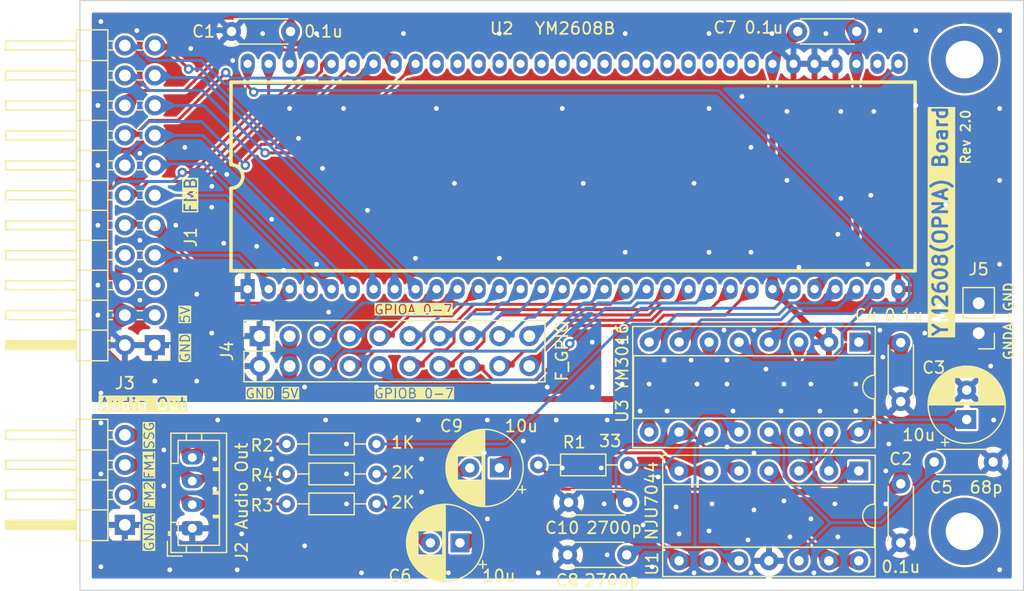
<source format=kicad_pcb>
(kicad_pcb (version 20240108) (generator "pcbnew") (generator_version "8.0")
  (title_block (title "YM2608 (OPNA) Board") (date "2024-02-10") (rev "1.0") (company "46nori"))
  (layers (0 "F.Cu" signal) (31 "B.Cu" signal) (34 "B.Paste" user) (35 "F.Paste" user) (36 "B.SilkS" user "B.Silkscreen") (37 "F.SilkS" user "F.Silkscreen") (38 "B.Mask" user) (39 "F.Mask" user) (44 "Edge.Cuts" user))
  (net 0 "")
  (net 1 "VCC")
  (net 2 "GNDA")
  (net 3 "GND")
  (net 4 "Net-(U1A-+)")
  (net 5 "Net-(U1D-+)")
  (net 6 "Net-(U1C--)")
  (net 7 "Net-(C6-Pad2)")
  (net 8 "SSG")
  (net 9 "8MHz")
  (net 10 "F_D0")
  (net 11 "F_D1")
  (net 12 "{slash}F_A0")
  (net 13 "F_D2")
  (net 14 "{slash}F_A1")
  (net 15 "F_D3")
  (net 16 "{slash}F_RD")
  (net 17 "F_D4")
  (net 18 "{slash}F_WR")
  (net 19 "F_D5")
  (net 20 "{slash}F_CS")
  (net 21 "F_D6")
  (net 22 "{slash}F_IRQ")
  (net 23 "F_D7")
  (net 24 "{slash}F_IC")
  (net 25 "GPIOA0")
  (net 26 "GPIOB0")
  (net 27 "GPIOA1")
  (net 28 "GPIOB1")
  (net 29 "GPIOA2")
  (net 30 "GPIOB2")
  (net 31 "GPIOA3")
  (net 32 "GPIOB3")
  (net 33 "GPIOA4")
  (net 34 "GPIOB4")
  (net 35 "GPIOA5")
  (net 36 "GPIOB5")
  (net 37 "GPIOA6")
  (net 38 "GPIOB6")
  (net 39 "GPIOA7")
  (net 40 "GPIOB7")
  (net 41 "Net-(U1C-+)")
  (net 42 "Net-(U1B--)")
  (net 43 "Net-(C9-Pad2)")
  (net 44 "Net-(U1B-+)")
  (net 45 "Net-(J3-Pin_4)")
  (net 46 "FM1")
  (net 47 "FM2")
  (net 48 "Net-(U3-COM)")
  (net 49 "Net-(U1D--)")
  (net 50 "Net-(U1A--)")
  (net 51 "Net-(U3-MP)")
  (net 58 "Net-(U2-OP0)")
  (net 66 "Net-(U2-SH1)")
  (net 67 "Net-(U2-PHY-S)")
  (net 74 "Net-(U2-SH2)")
  (footprint "Capacitor_THT:CP_Radial_D6.3mm_P2.50mm" (layer "F.Cu") (at 177.724 138.06 90)
    (property "Reference" "C3")
    (property "Value" "10u")
  )
  (footprint "MountingHole:MountingHole_3.2mm_M3_ISO7380_Pad" (layer "F.Cu") (at 177.54 107.54)
    (property "Reference" "REF1" (hide yes))
    (property "Value" "MountingHole_3.2mm_M3_ISO7380_Pad" (hide yes))
  )
  (footprint "Capacitor_THT:C_Disc_D4.3mm_W1.9mm_P5.00mm" (layer "F.Cu") (at 115.396 105.156)
    (property "Reference" "C1")
    (property "Value" "0.1u")
  )
  (footprint "Connector_PinHeader_2.54mm:PinHeader_2x11_P2.54mm_Horizontal" (layer "F.Cu") (at 108.89 131.75 180)
    (property "Reference" "J1")
    (property "Value" "FMB")
  )
  (footprint "Capacitor_THT:C_Disc_D4.3mm_W1.9mm_P5.00mm" (layer "F.Cu") (at 163.402 105.156)
    (property "Reference" "C7")
    (property "Value" "0.1u")
  )
  (footprint "Capacitor_THT:CP_Radial_D6.3mm_P2.50mm" (layer "F.Cu") (at 138.1 142.164 180)
    (property "Reference" "C9")
    (property "Value" "10u")
  )
  (footprint "Connector_PinSocket_2.54mm:PinSocket_2x10_P2.54mm_Vertical" (layer "F.Cu") (at 117.78 130.988 90)
    (property "Reference" "J4")
    (property "Value" "F_GPIO")
  )
  (footprint "Connector_JST:JST_PH_B4B-PH-K_1x04_P2.00mm_Vertical" (layer "F.Cu") (at 112.065 147.275 90)
    (property "Reference" "J2")
    (property "Value" "Audio Out")
  )
  (footprint "Resistor_THT:R_Axial_DIN0204_L3.6mm_D1.6mm_P7.62mm_Horizontal" (layer "F.Cu") (at 120.066 145.212)
    (property "Reference" "R3")
    (property "Value" "2K")
  )
  (footprint "Capacitor_THT:C_Disc_D4.3mm_W1.9mm_P5.00mm" (layer "F.Cu") (at 172.136 143.51 -90)
    (property "Reference" "C2")
    (property "Value" "0.1u")
  )
  (footprint "Resistor_THT:R_Axial_DIN0204_L3.6mm_D1.6mm_P7.62mm_Horizontal" (layer "F.Cu") (at 141.4013 141.9093)
    (property "Reference" "R1")
    (property "Value" "33")
  )
  (footprint "Resistor_THT:R_Axial_DIN0204_L3.6mm_D1.6mm_P7.62mm_Horizontal" (layer "F.Cu") (at 120.066 140.132)
    (property "Reference" "R2")
    (property "Value" "1K")
  )
  (footprint "Connector_PinHeader_2.54mm:PinHeader_1x02_P2.54mm_Vertical" (layer "F.Cu") (at 178.74 130.739 180)
    (property "Reference" "J5")
    (property "Value" "GNDA-GND")
  )
  (footprint "Package_DIP:DIP-14_W7.62mm_Socket" (layer "F.Cu") (at 168.58 142.418 -90)
    (property "Reference" "U1")
    (property "Value" "NJU7044")
  )
  (footprint "MountingHole:MountingHole_3.2mm_M3_ISO7380_Pad" (layer "F.Cu") (at 177.54 147.54)
    (property "Reference" "REF2" (hide yes))
    (property "Value" "MountingHole_3.2mm_M3_ISO7380_Pad" (hide yes))
  )
  (footprint "Capacitor_THT:C_Disc_D4.3mm_W1.9mm_P5.00mm" (layer "F.Cu") (at 172.136 136.536 90)
    (property "Reference" "C4")
    (property "Value" "0.1u")
  )
  (footprint "46nori:SDIP64" (layer "F.Cu") (at 144.35 117.4496)
    (property "Reference" "U2")
    (property "Value" "YM2608B")
  )
  (footprint "Capacitor_THT:C_Disc_D4.3mm_W1.9mm_P5.00mm" (layer "F.Cu") (at 143.895 149.53)
    (property "Reference" "C8")
    (property "Value" "2700p")
  )
  (footprint "Connector_PinHeader_2.54mm:PinHeader_1x04_P2.54mm_Horizontal" (layer "F.Cu") (at 106.35 146.99 180)
    (property "Reference" "J3")
    (property "Value" "Audio Out")
  )
  (footprint "Capacitor_THT:C_Disc_D4.3mm_W1.9mm_P5.00mm" (layer "F.Cu") (at 174.97 141.656)
    (property "Reference" "C5")
    (property "Value" "68p")
  )
  (footprint "Resistor_THT:R_Axial_DIN0204_L3.6mm_D1.6mm_P7.62mm_Horizontal" (layer "F.Cu") (at 120.066 142.672)
    (property "Reference" "R4")
    (property "Value" "2K")
  )
  (footprint "Package_DIP:DIP-16_W7.62mm_Socket" (layer "F.Cu") (at 168.58 131.496 -90)
    (property "Reference" "U3")
    (property "Value" "YM3016")
  )
  (footprint "Capacitor_THT:CP_Radial_D6.3mm_P2.50mm" (layer "F.Cu") (at 134.758 148.514 180)
    (property "Reference" "C6")
    (property "Value" "10u")
  )
  (footprint "Capacitor_THT:C_Disc_D4.3mm_W1.9mm_P5.00mm" (layer "F.Cu") (at 143.982 145.085)
    (property "Reference" "C10")
    (property "Value" "2700p")
  )
  (gr_rect (start 102.54 102.54) (end 182.54 152.54) (stroke (width 0.1)) (fill none) (layer "Edge.Cuts"))
  (gr_text "5V" (at 119.558 136.322 0) (layer "F.SilkS" knockout) (effects (font (size 0.8 0.8) (thickness 0.1)) (justify left bottom)))
  (gr_text "YM2608(OPNA) Board" (at 176.2 131.115 90) (layer "F.SilkS" knockout) (effects (font (size 1.2 1.2) (thickness 0.24) (bold yes)) (justify left bottom)))
  (gr_text "FM1" (at 108.89 143.18 90) (layer "F.SilkS" knockout) (effects (font (size 0.8 0.8) (thickness 0.1)) (justify left bottom)))
  (gr_text "5V" (at 111.938 129.972 90) (layer "F.SilkS" knockout) (effects (font (size 0.8 0.8) (thickness 0.1)) (justify left bottom)))
  (gr_text "SSG" (at 108.89 140.64 90) (layer "F.SilkS" knockout) (effects (font (size 0.8 0.8) (thickness 0.1)) (justify left bottom)))
  (gr_text "GPIOA 0-7" (at 127.432 129.21 0) (layer "F.SilkS" knockout) (effects (font (size 0.8 0.8) (thickness 0.1)) (justify left bottom)))
  (gr_text "FM2" (at 108.89 145.72 90) (layer "F.SilkS" knockout) (effects (font (size 0.8 0.8) (thickness 0.1)) (justify left bottom)))
  (gr_text "GPIOB 0-7" (at 127.432 136.322 0) (layer "F.SilkS" knockout) (effects (font (size 0.8 0.8) (thickness 0.1)) (justify left bottom)))
  (gr_text "GND" (at 116.51 136.322 0) (layer "F.SilkS" knockout) (effects (font (size 0.8 0.8) (thickness 0.1)) (justify left bottom)))
  (gr_text "GND" (at 111.938 133.274 90) (layer "F.SilkS" knockout) (effects (font (size 0.8 0.8) (thickness 0.1)) (justify left bottom)))
  (gr_text "GNDA" (at 108.89 149.276 90) (layer "F.SilkS" knockout) (effects (font (size 0.8 0.8) (thickness 0.1)) (justify left bottom)))
  (gr_text "Rev 2.0" (at 178.105 116.51 90) (layer "F.SilkS") (effects (font (size 0.8 0.8)) (justify left bottom)))
  (segment (start 120.396 107.823) (end 120.32 107.899) (width 0.5) (layer "F.Cu") (net 1))
  (segment (start 167.152 103.906) (end 168.402 105.156) (width 0.5) (layer "F.Cu") (net 1))
  (segment (start 168.38 107.899) (end 168.38 107.8992) (width 0.5) (layer "F.Cu") (net 1))
  (segment (start 171.45 144.196) (end 162.738 144.196) (width 0.5) (layer "F.Cu") (net 1))
  (segment (start 168.402 105.156) (end 168.402 107.877) (width 0.5) (layer "F.Cu") (net 1))
  (segment (start 105.05 105.598) (end 106.742 103.906) (width 0.5) (layer "F.Cu") (net 1))
  (segment (start 120.32 133.528) (end 120.32 130.988) (width 0.5) (layer "F.Cu") (net 1))
  (segment (start 120.32 136.322) (end 150.8 136.322) (width 0.5) (layer "F.Cu") (net 1))
  (segment (start 155.88 131.496) (end 155.88 136.068) (width 0.25) (layer "F.Cu") (net 1))
  (segment (start 166.548 136.322) (end 168.834 136.322) (width 0.5) (layer "F.Cu") (net 1))
  (segment (start 163.5 131.496) (end 163.5 136.322) (width 0.25) (layer "F.Cu") (net 1))
  (segment (start 168.834 136.322) (end 168.95 136.322) (width 0.5) (layer "F.Cu") (net 1))
  (segment (start 166.548 136.322) (end 168.834 136.322) (width 0.5) (layer "F.Cu") (net 1))
  (segment (start 106.35 129.21) (end 104.9 130.66) (width 0.5) (layer "F.Cu") (net 1))
  (segment (start 150.8 139.116) (end 150.8 136.322) (width 0.25) (layer "F.Cu") (net 1))
  (segment (start 106.742 103.906) (end 120.32 103.906) (width 0.5) (layer "F.Cu") (net 1))
  (segment (start 155.88 136.068) (end 156.134 136.322) (width 0.25) (layer "F.Cu") (net 1))
  (segment (start 156.134 136.322) (end 163.5 136.322) (width 0.5) (layer "F.Cu") (net 1))
  (segment (start 172.136 143.51) (end 171.45 144.196) (width 0.5) (layer "F.Cu") (net 1))
  (segment (start 168.95 136.322) (end 172.136 133.136) (width 0.5) (layer "F.Cu") (net 1))
  (segment (start 104.9 130.66) (end 104.9 132.351) (width 0.5) (layer "F.Cu") (net 1))
  (segment (start 162.738 144.196) (end 160.96 142.418) (width 0.5) (layer "F.Cu") (net 1))
  (segment (start 120.32 103.906) (end 167.152 103.906) (width 0.5) (layer "F.Cu") (net 1))
  (segment (start 172.136 139.624) (end 172.136 143.51) (width 0.5) (layer "F.Cu") (net 1))
  (segment (start 172.136 133.136) (end 172.136 131.536) (width 0.5) (layer "F.Cu") (net 1))
  (segment (start 150.8 136.322) (end 156.134 136.322) (width 0.5) (layer "F.Cu") (net 1))
  (segment (start 168.38 123.44) (end 164.82 127) (width 0.5) (layer "F.Cu") (net 1))
  (segment (start 172.136 131.536) (end 168.62 131.536) (width 0.5) (layer "F.Cu") (net 1))
  (segment (start 168.62 131.536) (end 168.58 131.496) (width 0.25) (layer "F.Cu") (net 1))
  (segment (start 163.5 136.322) (end 166.548 136.322) (width 0.5) (layer "F.Cu") (net 1))
  (segment (start 106.35 129.21) (end 105.05 127.91) (width 0.5) (layer "F.Cu") (net 1))
  (segment (start 120.32 107.8992) (end 120.32 107.899) (width 0.25) (layer "F.Cu") (net 1))
  (segment (start 168.38 107.8992) (end 168.38 123.44) (width 0.5) (layer "F.Cu") (net 1))
  (segment (start 120.32 105.08) (end 120.32 103.906) (width 0.5) (layer "F.Cu") (net 1))
  (segment (start 104.9 132.351) (end 108.871 136.322) (width 0.5) (layer "F.Cu") (net 1))
  (segment (start 120.396 105.156) (end 120.32 105.08) (width 0.5) (layer "F.Cu") (net 1))
  (segment (start 168.402 107.877) (end 168.38 107.899) (width 0.5) (layer "F.Cu") (net 1))
  (segment (start 108.871 136.322) (end 120.32 136.322) (width 0.5) (layer "F.Cu") (net 1))
  (segment (start 168.834 136.322) (end 172.136 139.624) (width 0.5) (layer "F.Cu") (net 1))
  (segment (start 105.05 127.91) (end 105.05 105.598) (width 0.5) (layer "F.Cu") (net 1))
  (segment (start 120.32 136.322) (end 120.32 133.528) (width 0.5) (layer "F.Cu") (net 1))
  (segment (start 106.35 129.21) (end 108.89 129.21) (width 0.5) (layer "B.Cu") (net 1))
  (segment (start 120.396 106.49) (end 120.396 107.823) (width 0.5) (layer "B.Cu") (net 1))
  (segment (start 120.396 106.49) (end 120.32 106.566) (width 0.25) (layer "B.Cu") (net 1))
  (segment (start 120.32 106.566) (end 120.32 107.899) (width 0.25) (layer "B.Cu") (net 1))
  (segment (start 120.396 105.156) (end 120.396 106.49) (width 0.5) (layer "B.Cu") (net 1))
  (segment (start 161.26 107.298) (end 161.26 107.899) (width 0.25) (layer "F.Cu") (net 2))
  (segment (start 161.26 127) (end 165.502 131.242) (width 0.5) (layer "F.Cu") (net 2))
  (segment (start 161.26 107.8992) (end 161.26 127) (width 0.5) (layer "F.Cu") (net 2))
  (segment (start 165.502 131.242) (end 166.04 131.242) (width 0.5) (layer "F.Cu") (net 2))
  (segment (start 163.402 105.156) (end 161.26 107.298) (width 0.5) (layer "F.Cu") (net 2))
  (segment (start 161.26 107.899) (end 161.26 107.8992) (width 0.5) (layer "F.Cu") (net 2))
  (via (at 146.99 145.212) (size 0.8) (drill 0.4) (layers "F.Cu" "B.Cu") (net 2))
  (via (at 113.97 143.942) (size 0.8) (drill 0.4) (layers "F.Cu" "B.Cu") (net 2))
  (via (at 131.496 144.196) (size 0.8) (drill 0.4) (layers "F.Cu" "B.Cu") (net 2))
  (via (at 157.404 133.02) (size 0.8) (drill 0.4) (layers "F.Cu" "B.Cu") (net 2))
  (via (at 104.318 142.672) (size 0.8) (drill 0.4) (layers "F.Cu" "B.Cu") (net 2))
  (via (at 109.652 140.64) (size 0.8) (drill 0.4) (layers "F.Cu" "B.Cu") (net 2))
  (via (at 162.738 148.006) (size 0.8) (drill 0.4) (layers "F.Cu" "B.Cu") (net 2))
  (via (at 136.83 140.894) (size 0.8) (drill 0.4) (layers "F.Cu" "B.Cu") (net 2))
  (via (at 150.038 137.338) (size 0.8) (drill 0.4) (layers "F.Cu" "B.Cu") (net 2))
  (via (at 164.516 146.482) (size 0.8) (drill 0.4) (layers "F.Cu" "B.Cu") (net 2))
  (via (at 162.23 144.958) (size 0.8) (drill 0.4) (layers "F.Cu" "B.Cu") (net 2))
  (via (at 131.496 141.402) (size 0.8) (drill 0.4) (layers "F.Cu" "B.Cu") (net 2))
  (via (at 137.084 138.1) (size 0.8) (drill 0.4) (layers "F.Cu" "B.Cu") (net 2))
  (via (at 166.802 148.006) (size 0.8) (drill 0.4) (layers "F.Cu" "B.Cu") (net 2))
  (via (at 159.436 151.054) (size 0.8) (drill 0.4) (layers "F.Cu" "B.Cu") (net 2))
  (via (at 166.548 145.212) (size 0.8) (drill 0.4) (layers "F.Cu" "B.Cu") (net 2))
  (via (at 179.756 133.528) (size 0.8) (drill 0.4) (layers "F.Cu" "B.Cu") (net 2))
  (via (at 159.182 148.26) (size 0.8) (drill 0.4) (layers "F.Cu" "B.Cu") (net 2))
  (via (at 151.054 150.546) (size 0.8) (drill 0.4) (layers "F.Cu" "B.Cu") (net 2))
  (via (at 161.976 137.338) (size 0.8) (drill 0.4) (layers "F.Cu" "B.Cu") (net 2))
  (via (at 150.292 146.99) (size 0.8) (drill 0.4) (layers "F.Cu" "B.Cu") (net 2))
  (via (at 143.434 142.164) (size 0.8) (drill 0.4) (layers "F.Cu" "B.Cu") (net 2))
  (via (at 168.326 135.052) (size 0.8) (drill 0.4) (layers "F.Cu" "B.Cu") (net 2))
  (via (at 150.8 135.052) (size 0.8) (drill 0.4) (layers "F.Cu" "B.Cu") (net 2))
  (via (at 170.358 130.48) (size 0.8) (drill 0.4) (layers "F.Cu" "B.Cu") (net 2))
  (via (at 165.278 137.338) (size 0.8) (drill 0.4) (layers "F.Cu" "B.Cu") (net 2))
  (via (at 164.516 135.052) (size 0.8) (drill 0.4) (layers "F.Cu" "B.Cu") (net 2))
  (via (at 147.244 138.1) (size 0.8) (drill 0.4) (layers "F.Cu" "B.Cu") (net 2))
  (via (at 153.34 147.752) (size 0.8) (drill 0.4) (layers "F.Cu" "B.Cu") (net 2))
  (via (at 152.07 133.02) (size 0.8) (drill 0.4) (layers "F.Cu" "B.Cu") (net 2))
  (via (at 168.326 137.338) (size 0.8) (drill 0.4) (layers "F.Cu" "B.Cu") (net 2))
  (via (at 157.404 135.052) (size 0.8) (drill 0.4) (layers "F.Cu" "B.Cu") (net 2))
  (via (at 180.01 138.1) (size 0.8) (drill 0.4) (layers "F.Cu" "B.Cu") (net 2))
  (via (at 154.356 133.02) (size 0.8) (drill 0.4) (layers "F.Cu" "B.Cu") (net 2))
  (via (at 157.404 140.386) (size 0.8) (drill 0.4) (layers "F.Cu" "B.Cu") (net 2))
  (via (at 110.16 150.8) (size 0.8) (drill 0.4) (layers "F.Cu" "B.Cu") (net 2))
  (via (at 121.59 148.768) (size 0.8) (drill 0.4) (layers "F.Cu" "B.Cu") (net 2))
  (via (at 180.518 150.8) (size 0.8) (drill 0.4) (layers "F.Cu" "B.Cu") (net 2))
  (via (at 162.23 135.052) (size 0.8) (drill 0.4) (layers "F.Cu" "B.Cu") (net 2))
  (via (at 159.69 140.894) (size 0.8) (drill 0.4) (layers "F.Cu" "B.Cu") (net 2))
  (via (at 174.168 130.734) (size 0.8) (drill 0.4) (layers "F.Cu" "B.Cu") (net 2))
  (via (at 123.368 138.1) (size 0.8) (drill 0.4) (layers "F.Cu" "B.Cu") (net 2))
  (via (at 157.912 137.338) (size 0.8) (drill 0.4) (layers "F.Cu" "B.Cu") (net 2))
  (via (at 140.132 139.878) (size 0.8) (drill 0.4) (layers "F.Cu" "B.Cu") (net 2))
  (via (at 146.736 142.164) (size 0.8) (drill 0.4) (layers "F.Cu" "B.Cu") (net 2))
  (via (at 131.242 138.1) (size 0.8) (drill 0.4) (layers "F.Cu" "B.Cu") (net 2))
  (via (at 148.514 131.496) (size 0.8) (drill 0.4) (layers "F.Cu" "B.Cu") (net 2))
  (via (at 137.084 146.482) (size 0.8) (drill 0.4) (layers "F.Cu" "B.Cu") (net 2))
  (via (at 116.256 147.752) (size 0.8) (drill 0.4) (layers "F.Cu" "B.Cu") (net 2))
  (via (at 109.652 143.688) (size 0.8) (drill 0.4) (layers "F.Cu" "B.Cu") (net 2))
  (via (at 157.15 130.48) (size 0.8) (drill 0.4) (layers "F.Cu" "B.Cu") (net 2))
  (via (at 164.77 151.054) (size 0.8) (drill 0.4) (layers "F.Cu" "B.Cu") (net 2))
  (via (at 159.69 130.48) (size 0.8) (drill 0.4) (layers "F.Cu" "B.Cu") (net 2))
  (via (at 170.866 145.212) (size 0.8) (drill 0.4) (layers "F.Cu" "B.Cu") (net 2))
  (via (at 160.706 133.782) (size 0.8) (drill 0.4) (layers "F.Cu" "B.Cu") (net 2))
  (via (at 118.796 141.402) (size 0.8) (drill 0.4) (layers "F.Cu" "B.Cu") (net 2))
  (via (at 113.97 141.402) (size 0.8) (drill 0.4) (layers "F.Cu" "B.Cu") (net 2))
  (via (at 170.866 142.418) (size 0.8) (drill 0.4) (layers "F.Cu" "B.Cu") (net 2))
  (via (at 154.61 151.054) (size 0.8) (drill 0.4) (layers "F.Cu" "B.Cu") (net 2))
  (via (at 141.402 151.054) (size 0.8) (drill 0.4) (layers "F.Cu" "B.Cu") (net 2))
  (via (at 156.134 145.212) (size 0.8) (drill 0.4) (layers "F.Cu" "B.Cu") (net 2))
  (via (at 170.612 132.766) (size 0.8) (drill 0.4) (layers "F.Cu" "B.Cu") (net 2))
  (via (at 104.318 150.546) (size 0.8) (drill 0.4) (layers "F.Cu" "B.Cu") (net 2))
  (via (at 171.12 140.132) (size 0.8) (drill 0.4) (layers "F.Cu" "B.Cu") (net 2))
  (via (at 148.514 135.052) (size 0.8) (drill 0.4) (layers "F.Cu" "B.Cu") (net 2))
  (via (at 142.926 138.1) (size 0.8) (drill 0.4) (layers "F.Cu" "B.Cu") (net 2))
  (via (at 152.324 137.338) (size 0.8) (drill 0.4) (layers "F.Cu" "B.Cu") (net 2))
  (via (at 104.318 138.354) (size 0.8) (drill 0.4) (layers "F.Cu" "B.Cu") (net 2))
  (via (at 133.782 151.054) (size 0.8) (drill 0.4) (layers "F.Cu" "B.Cu") (net 2))
  (via (at 159.69 145.72) (size 0.8) (drill 0.4) (layers "F.Cu" "B.Cu") (net 2))
  (via (at 114.224 138.1) (size 0.8) (drill 0.4) (layers "F.Cu" "B.Cu") (net 2))
  (via (at 153.086 145.466) (size 0.8) (drill 0.4) (layers "F.Cu" "B.Cu") (net 2))
  (via (at 154.864 135.052) (size 0.8) (drill 0.4) (layers "F.Cu" "B.Cu") (net 2))
  (via (at 147.244 149.53) (size 0.8) (drill 0.4) (layers "F.Cu" "B.Cu") (net 2))
  (via (at 115.875 150.8) (size 0.8) (drill 0.4) (layers "F.Cu" "B.Cu") (net 2))
  (via (at 151.562 142.926) (size 0.8) (drill 0.4) (layers "F.Cu" "B.Cu") (net 2))
  (via (at 126.416 151.054) (size 0.8) (drill 0.4) (layers "F.Cu" "B.Cu") (net 2))
  (via (at 125.146 145.212) (size 0.8) (drill 0.4) (layers "F.Cu" "B.Cu") (net 2))
  (via (at 125.146 140.132) (size 0.8) (drill 0.4) (layers "F.Cu" "B.Cu") (net 2))
  (via (at 155.88 147.498) (size 0.8) (drill 0.4) (layers "F.Cu" "B.Cu") (net 2))
  (via (at 118.542 143.942) (size 0.8) (drill 0.4) (layers "F.Cu" "B.Cu") (net 2))
  (via (at 125.146 142.672) (size 0.8) (drill 0.4) (layers "F.Cu" "B.Cu") (net 2))
  (via (at 119.812 125.4) (size 0.8) (drill 0.4) (layers "F.Cu" "B.Cu") (net 3))
  (via (at 155.88 105.334) (size 0.8) (drill 0.4) (layers "F.Cu" "B.Cu") (net 3))
  (via (at 180.518 117.78) (size 0.8) (drill 0.4) (layers "F.Cu" "B.Cu") (net 3))
  (via (at 175.438 128.448) (size 0.8) (drill 0.4) (layers "F.Cu" "B.Cu") (net 3))
  (via (at 104.064 121.59) (size 0.8) (drill 0.4) (layers "F.Cu" "B.Cu") (net 3))
  (via (at 158.674 110.668) (size 0.8) (drill 0.4) (layers "F.Cu" "B.Cu") (net 3))
  (via (at 127.686 135.306) (size 0.8) (drill 0.4) (layers "F.Cu" "B.Cu") (net 3))
  (via (at 114.732 123.114) (size 0.8) (drill 0.4) (layers "F.Cu" "B.Cu") (net 3))
  (via (at 134.29 118.034) (size 0.8) (drill 0.4) (layers "F.Cu" "B.Cu") (net 3))
  (via (at 108.89 134.798) (size 0.8) (drill 0.4) (layers "F.Cu" "B.Cu") (net 3))
  (via (at 117.526 123.368) (size 0.8) (drill 0.4) (layers "F.Cu" "B.Cu") (net 3))
  (via (at 142.164 135.306) (size 0.8) (drill 0.4) (layers "F.Cu" "B.Cu") (net 3))
  (via (at 145.974 135.306) (size 0.8) (drill 0.4) (layers "F.Cu" "B.Cu") (net 3))
  (via (at 122.606 124.892) (size 0.8) (drill 0.4) (layers "F.Cu" "B.Cu") (net 3))
  (via (at 173.406 105.08) (size 0.8) (drill 0.4) (layers "F.Cu" "B.Cu") (net 3))
  (via (at 180.518 124.892) (size 0.8) (drill 0.4) (layers "F.Cu" "B.Cu") (net 3))
  (via (at 120.32 111.684) (size 0.8) (drill 0.4) (layers "F.Cu" "B.Cu") (net 3))
  (via (at 107.62 125.4) (size 0.8) (drill 0.4) (layers "F.Cu" "B.Cu") (net 3))
  (via (at 143.434 111.684) (size 0.8) (drill 0.4) (layers "F.Cu" "B.Cu") (net 3))
  (via (at 110.668 125.4) (size 0.8) (drill 0.4) (layers "F.Cu" "B.Cu") (net 3))
  (via (at 138.1 124.384) (size 0.8) (drill 0.4) (layers "F.Cu" "B.Cu") (net 3))
  (via (at 159.436 123.876) (size 0.8) (drill 0.4) (layers "F.Cu" "B.Cu") (net 3))
  (via (at 180.518 111.684) (size 0.8) (drill 0.4) (layers "F.Cu" "B.Cu") (net 3))
  (via (at 162.484 111.938) (size 0.8) (drill 0.4) (layers "F.Cu" "B.Cu") (net 3))
  (via (at 113.716 118.288) (size 0.8) (drill 0.4) (layers "F.Cu" "B.Cu") (net 3))
  (via (at 155.88 123.876) (size 0.8) (drill 0.4) (layers "F.Cu" "B.Cu") (net 3))
  (via (at 165.786 105.334) (size 0.8) (drill 0.4) (layers "F.Cu" "B.Cu") (net 3))
  (via (at 104.318 104.318) (size 0.8) (drill 0.4) (layers "F.Cu" "B.Cu") (net 3))
  (via (at 111.43 114.986) (size 0.8) (drill 0.4) (layers "F.Cu" "B.Cu") (net 3))
  (via (at 148.768 123.876) (size 0.8) (drill 0.4) (layers "F.Cu" "B.Cu") (net 3))
  (via (at 169.596 119.05) (size 0.8) (drill 0.4) (layers "F.Cu" "B.Cu") (net 3))
  (via (at 124.892 111.684) (size 0.8) (drill 0.4) (layers "F.Cu" "B.Cu") (net 3))
  (via (at 138.1 105.334) (size 0.8) (drill 0.4) (layers "F.Cu" "B.Cu") (net 3))
  (via (at 126.924 120.32) (size 0.8) (drill 0.4) (layers "F.Cu" "B.Cu") (net 3))
  (via (at 107.62 122.86) (size 0.8) (drill 0.4) (layers "F.Cu" "B.Cu") (net 3))
  (via (at 107.62 127.94) (size 0.8) (drill 0.4) (layers "F.Cu" "B.Cu") (net 3))
  (via (at 104.318 135.814) (size 0.8) (drill 0.4) (layers "F.Cu" "B.Cu") (net 3))
  (via (at 113.716 120.066) (size 0.8) (drill 0.4) (layers "F.Cu" "B.Cu") (net 3))
  (via (at 112.446 127.432) (size 0.8) (drill 0.4) (layers "F.Cu" "B.Cu") (net 3))
  (via (at 118.796 121.082) (size 0.8) (drill 0.4) (layers "F.Cu" "B.Cu") (net 3))
  (via (at 123.114 116.764) (size 0.8) (drill 0.4) (layers "F.Cu" "B.Cu") (net 3))
  (via (at 161.214 105.334) (size 0.8) (drill 0.4) (layers "F.Cu" "B.Cu") (net 3))
  (via (at 132.766 111.684) (size 0.8) (drill 0.4) (layers "F.Cu" "B.Cu") (net 3))
  (via (at 121.59 135.306) (size 0.8) (drill 0.4) (layers "F.Cu" "B.Cu") (net 3))
  (via (at 169.85 111.938) (size 0.8) (drill 0.4) (layers "F.Cu" "B.Cu") (net 3))
  (via (at 180.518 105.08) (size 0.8) (drill 0.4) (layers "F.Cu" "B.Cu") (net 3))
  (via (at 104.064 129.21) (size 0.8) (drill 0.4) (layers "F.Cu" "B.Cu") (net 3))
  (via (at 122.606 105.334) (size 0.8) (drill 0.4) (layers "F.Cu" "B.Cu") (net 3))
  (via (at 129.972 105.334) (size 0.8) (drill 0.4) (layers "F.Cu" "B.Cu") (net 3))
  (via (at 145.974 131.496) (size 0.8) (drill 0.4) (layers "F.Cu" "B.Cu") (net 3))
  (via (at 107.62 115.494) (size 0.8) (drill 0.4) (layers "F.Cu" "B.Cu") (net 3))
  (via (at 104.064 111.43) (size 0.8) (drill 0.4) (layers "F.Cu" "B.Cu") (net 3))
  (via (at 123.622 128.956) (size 0.8) (drill 0.4) (layers "F.Cu" "B.Cu") (net 3))
  (via (at 114.986 117.272) (size 0.8) (drill 0.4) (layers "F.Cu" "B.Cu") (net 3))
  (via (at 175.946 119.812) (size 0.8) (drill 0.4) (layers "F.Cu" "B.Cu") (net 3))
  (via (at 130.988 124.384) (size 0.8) (drill 0.4) (layers "F.Cu" "B.Cu") (net 3))
  (via (at 104.064 116.51) (size 0.8) (drill 0.4) (layers "F.Cu" "B.Cu") (net 3))
  (via (at 159.436 114.986) (size 0.8) (drill 0.4) (layers "F.Cu" "B.Cu") (net 3))
  (via (at 104.064 126.67) (size 0.8) (drill 0.4) (layers "F.Cu" "B.Cu") (net 3))
  (via (at 110.668 121.59) (size 0.8) (drill 0.4) (layers "F.Cu" "B.Cu") (net 3))
  (via (at 169.342 124.892) (size 0.8) (drill 0.4) (layers "F.Cu" "B.Cu") (net 3))
  (via (at 121.082 114.224) (size 0.8) (drill 0.4) (layers "F.Cu" "B.Cu") (net 3))
  (via (at 173.406 111.43) (size 0.8) (drill 0.4) (layers "F.Cu" "B.Cu") (net 3))
  (via (at 154.61 118.034) (size 0.8) (drill 0.4) (layers "F.Cu" "B.Cu") (net 3))
  (via (at 155.88 111.684) (size 0.8) (drill 0.4) (layers "F.Cu" "B.Cu") (net 3))
  (via (at 107.366 105.08) (size 0.8) (drill 0.4) (layers "F.Cu" "B.Cu") (net 3))
  (via (at 166.802 122.352) (size 0.8) (drill 0.4) (layers "F.Cu" "B.Cu") (net 3))
  (via (at 163.5 125.146) (size 0.8) (drill 0.4) (layers "F.Cu" "B.Cu") (net 3))
  (via (at 118.034 105.334) (size 0.8) (drill 0.4) (layers "F.Cu" "B.Cu") (net 3))
  (via (at 170.358 105.08) (size 0.8) (drill 0.4) (layers "F.Cu" "B.Cu") (net 3))
  (via (at 113.716 130.734) (size 0.8) (drill 0.4) (layers "F.Cu" "B.Cu") (net 3))
  (via (at 148.768 105.334) (size 0.8) (drill 0.4) (layers "F.Cu" "B.Cu") (net 3))
  (via (at 167.056 111.938) (size 0.8) (drill 0.4) (layers "F.Cu" "B.Cu") (net 3))
  (via (at 111.938 106.604) (size 0.8) (drill 0.4) (layers "F.Cu" "B.Cu") (net 3))
  (via (at 162.484 117.78) (size 0.8) (drill 0.4) (layers "F.Cu" "B.Cu") (net 3))
  (via (at 112.446 134.798) (size 0.8) (drill 0.4) (layers "F.Cu" "B.Cu") (net 3))
  (via (at 167.056 119.304) (size 0.8) (drill 0.4) (layers "F.Cu" "B.Cu") (net 3))
  (via (at 145.212 118.034) (size 0.8) (drill 0.4) (layers "F.Cu" "B.Cu") (net 3))
  (via (at 115.494 107.62) (size 0.8) (drill 0.4) (layers "F.Cu" "B.Cu") (net 3))
  (segment (start 106.35 131.75) (end 104.318 129.718) (width 0.5) (layer "B.Cu") (net 3))
  (segment (start 104.064 111.43) (end 103.81 111.176) (width 0.5) (layer "B.Cu") (net 3))
  (segment (start 103.81 106.731) (end 105.491 105.05) (width 0.5) (layer "B.Cu") (net 3))
  (segment (start 104.064 121.59) (end 103.81 121.336) (width 0.5) (layer "B.Cu") (net 3))
  (segment (start 104.064 116.51) (end 103.81 116.256) (width 0.5) (layer "B.Cu") (net 3))
  (segment (start 104.064 126.67) (end 103.81 126.416) (width 0.5) (layer "B.Cu") (net 3))
  (segment (start 115.396 105.156) (end 116.646 103.906) (width 0.5) (layer "B.Cu") (net 3))
  (segment (start 107.336 105.05) (end 107.366 105.08) (width 0.5) (layer "B.Cu") (net 3))
  (segment (start 103.81 116.256) (end 103.81 111.684) (width 0.5) (layer "B.Cu") (net 3))
  (segment (start 103.81 116.764) (end 104.064 116.51) (width 0.5) (layer "B.Cu") (net 3))
  (segment (start 103.81 121.844) (end 104.064 121.59) (width 0.5) (layer "B.Cu") (net 3))
  (segment (start 103.81 126.924) (end 104.064 126.67) (width 0.5) (layer "B.Cu") (net 3))
  (segment (start 104.064 129.21) (end 103.81 129.21) (width 0.5) (layer "B.Cu") (net 3))
  (segment (start 107.366 105.08) (end 107.396 105.05) (width 0.5) (layer "B.Cu") (net 3))
  (segment (start 103.81 129.21) (end 103.81 126.924) (width 0.5) (layer "B.Cu") (net 3))
  (segment (start 104.318 129.718) (end 104.318 129.21) (width 0.5) (layer "B.Cu") (net 3))
  (segment (start 103.81 111.176) (end 103.81 106.731) (width 0.5) (layer "B.Cu") (net 3))
  (segment (start 116.646 103.906) (end 159.047 103.906) (width 0.5) (layer "B.Cu") (net 3))
  (segment (start 103.81 126.416) (end 103.81 121.844) (width 0.5) (layer "B.Cu") (net 3))
  (segment (start 103.81 111.684) (end 104.064 111.43) (width 0.5) (layer "B.Cu") (net 3))
  (segment (start 115.29 105.05) (end 115.396 105.156) (width 0.5) (layer "B.Cu") (net 3))
  (segment (start 107.396 105.05) (end 115.29 105.05) (width 0.5) (layer "B.Cu") (net 3))
  (segment (start 104.318 129.21) (end 104.064 129.21) (width 0.5) (layer "B.Cu") (net 3))
  (segment (start 105.491 105.05) (end 107.336 105.05) (width 0.5) (layer "B.Cu") (net 3))
  (segment (start 103.81 121.336) (end 103.81 116.764) (width 0.5) (layer "B.Cu") (net 3))
  (segment (start 159.047 103.906) (end 163.04 107.899) (width 0.5) (layer "B.Cu") (net 3))
  (segment (start 164.345 142.418) (end 167.647 139.116) (width 0.25) (layer "F.Cu") (net 4))
  (segment (start 163.5 142.418) (end 164.345 142.418) (width 0.25) (layer "F.Cu") (net 4))
  (segment (start 167.647 139.116) (end 168.58 139.116) (width 0.25) (layer "F.Cu") (net 4))
  (segment (start 177.704 138.08) (end 177.724 138.06) (width 0.25) (layer "B.Cu") (net 4))
  (segment (start 177.684 138.1) (end 177.704 138.08) (width 0.25) (layer "B.Cu") (net 4))
  (segment (start 169.616 138.08) (end 168.58 139.116) (width 0.25) (layer "B.Cu") (net 4))
  (segment (start 177.704 138.08) (end 169.616 138.08) (width 0.25) (layer "B.Cu") (net 4))
  (segment (start 170.445 146.806) (end 174.97 142.281) (width 0.25) (layer "B.Cu") (net 5))
  (segment (start 163.5 150.038) (end 163.5 149.475) (width 0.25) (layer "B.Cu") (net 5))
  (segment (start 163.5 149.475) (end 166.169 146.806) (width 0.25) (layer "B.Cu") (net 5))
  (segment (start 162.23 142.867) (end 162.23 140.386) (width 0.25) (layer "B.Cu") (net 5))
  (segment (start 166.169 146.806) (end 162.23 142.867) (width 0.25) (layer "B.Cu") (net 5))
  (segment (start 162.23 140.386) (end 160.96 139.116) (width 0.25) (layer "B.Cu") (net 5))
  (segment (start 166.169 146.806) (end 170.445 146.806) (width 0.25) (layer "B.Cu") (net 5))
  (segment (start 174.97 142.281) (end 174.97 141.656) (width 0.25) (layer "B.Cu") (net 5))
  (segment (start 153.34 150.038) (end 155.88 150.038) (width 0.25) (layer "F.Cu") (net 6))
  (segment (start 134.29 148.006) (end 151.308 148.006) (width 0.25) (layer "F.Cu") (net 6))
  (segment (start 151.308 148.006) (end 153.34 150.038) (width 0.25) (layer "F.Cu") (net 6))
  (segment (start 128.194 145.212) (end 127.686 145.212) (width 0.25) (layer "F.Cu") (net 7))
  (segment (start 132.258 148.514) (end 131.496 148.514) (width 0.25) (layer "F.Cu") (net 7))
  (segment (start 131.496 148.514) (end 128.194 145.212) (width 0.25) (layer "F.Cu") (net 7))
  (segment (start 138.608 140.132) (end 150.115 128.625) (width 0.25) (layer "B.Cu") (net 8))
  (segment (start 127.686 140.132) (end 138.608 140.132) (width 0.25) (layer "B.Cu") (net 8))
  (segment (start 161.415 128.625) (end 163.04 127) (width 0.25) (layer "B.Cu") (net 8))
  (segment (start 150.115 128.625) (end 161.415 128.625) (width 0.25) (layer "B.Cu") (net 8))
  (segment (start 118.54 110.67) (end 112.098 117.112) (width 0.25) (layer "F.Cu") (net 9))
  (segment (start 118.54 107.8992) (end 118.54 110.67) (width 0.25) (layer "F.Cu") (net 9))
  (segment (start 118.54 107.899) (end 118.54 107.8992) (width 0.25) (layer "F.Cu") (net 9))
  (segment (start 112.098 117.112) (end 111.223 117.112) (width 0.25) (layer "F.Cu") (net 9))
  (via (at 111.223 117.112) (size 0.8) (drill 0.4) (layers "F.Cu" "B.Cu") (net 9))
  (segment (start 111.223 117.112) (end 110.46 117.875) (width 0.25) (layer "B.Cu") (net 9))
  (segment (start 110.46 117.875) (end 105.863 117.875) (width 0.25) (layer "B.Cu") (net 9))
  (segment (start 105.863 117.875) (end 105.175 118.563) (width 0.25) (layer "B.Cu") (net 9))
  (segment (start 105.175 118.563) (end 105.175 125.495) (width 0.25) (layer "B.Cu") (net 9))
  (segment (start 105.175 125.495) (end 106.35 126.67) (width 0.25) (layer "B.Cu") (net 9))
  (segment (start 108.89 124.13) (end 115.99 124.13) (width 0.25) (layer "B.Cu") (net 10))
  (segment (start 118.54 126.68) (end 118.54 127) (width 0.25) (layer "B.Cu") (net 10))
  (segment (start 115.99 124.13) (end 118.54 126.68) (width 0.25) (layer "B.Cu") (net 10))
  (segment (start 119.126 128.194) (end 115.494 128.194) (width 0.25) (layer "F.Cu") (net 11))
  (segment (start 120.32 127) (end 119.126 128.194) (width 0.25) (layer "F.Cu") (net 11))
  (segment (start 115.494 128.194) (end 108.89 121.59) (width 0.25) (layer "F.Cu") (net 11))
  (segment (start 108.43 120.32) (end 107.525 121.225) (width 0.25) (layer "F.Cu") (net 12))
  (segment (start 107.525 121.59) (end 106.35 121.59) (width 0.25) (layer "F.Cu") (net 12))
  (segment (start 123.88 107.899) (end 123.089 107.899) (width 0.25) (layer "F.Cu") (net 12))
  (segment (start 122.483 109.074) (end 121.66 109.074) (width 0.25) (layer "F.Cu") (net 12))
  (segment (start 123.089 107.899) (end 123.025 107.963) (width 0.25) (layer "F.Cu") (net 12))
  (segment (start 123.025 108.532) (end 122.483 109.074) (width 0.25) (layer "F.Cu") (net 12))
  (segment (start 123.025 107.963) (end 123.025 108.532) (width 0.25) (layer "F.Cu") (net 12))
  (segment (start 110.414 120.32) (end 108.43 120.32) (width 0.25) (layer "F.Cu") (net 12))
  (segment (start 123.8702 107.909) (end 123.88 107.8992) (width 0.25) (layer "F.Cu") (net 12))
  (segment (start 121.66 109.074) (end 110.414 120.32) (width 0.25) (layer "F.Cu") (net 12))
  (segment (start 107.525 121.225) (end 107.525 121.59) (width 0.25) (layer "F.Cu") (net 12))
  (segment (start 122.1 126.164) (end 114.986 119.05) (width 0.25) (layer "B.Cu") (net 13))
  (segment (start 122.1 127) (end 122.1 126.164) (width 0.25) (layer "B.Cu") (net 13))
  (segment (start 114.986 119.05) (end 108.89 119.05) (width 0.25) (layer "B.Cu") (net 13))
  (segment (start 106.35 119.05) (end 107.525 119.05) (width 0.25) (layer "F.Cu") (net 14))
  (segment (start 107.525 119.05) (end 107.525 118.685) (width 0.25) (layer "F.Cu") (net 14))
  (segment (start 112.124 117.875) (end 121.625 108.374) (width 0.25) (layer "F.Cu") (net 14))
  (segment (start 108.335 117.875) (end 112.124 117.875) (width 0.25) (layer "F.Cu") (net 14))
  (segment (start 107.525 118.685) (end 108.335 117.875) (width 0.25) (layer "F.Cu") (net 14))
  (segment (start 113.049 116.387) (end 110.188 116.387) (width 0.25) (layer "B.Cu") (net 15))
  (segment (start 123.662 127) (end 113.049 116.387) (width 0.25) (layer "B.Cu") (net 15))
  (segment (start 123.88 127) (end 123.662 127) (width 0.25) (layer "B.Cu") (net 15))
  (segment (start 110.188 116.387) (end 110.065 116.51) (width 0.25) (layer "B.Cu") (net 15))
  (segment (start 110.065 116.51) (end 108.89 116.51) (width 0.25) (layer "B.Cu") (net 15))
  (segment (start 116.565 116.093) (end 117.932 114.726) (width 0.25) (layer "F.Cu") (net 16))
  (segment (start 118.833 114.726) (end 125.12 108.439) (width 0.25) (layer "F.Cu") (net 16))
  (segment (start 116.565 116.504) (end 116.565 116.093) (width 0.25) (layer "F.Cu") (net 16))
  (segment (start 117.932 114.726) (end 118.833 114.726) (width 0.25) (layer "F.Cu") (net 16))
  (via (at 116.565 116.504) (size 0.8) (drill 0.4) (layers "F.Cu" "B.Cu") (net 16))
  (segment (start 107.715 113.48) (end 107.715 114.335) (width 0.25) (layer "B.Cu") (net 16))
  (segment (start 112.856 112.795) (end 108.4 112.795) (width 0.25) (layer "B.Cu") (net 16))
  (segment (start 107.715 114.335) (end 106.715 115.335) (width 0.25) (layer "B.Cu") (net 16))
  (segment (start 108.4 112.795) (end 107.715 113.48) (width 0.25) (layer "B.Cu") (net 16))
  (segment (start 106.35 115.335) (end 106.35 116.51) (width 0.25) (layer "B.Cu") (net 16))
  (segment (start 116.565 116.504) (end 112.856 112.795) (width 0.25) (layer "B.Cu") (net 16))
  (segment (start 106.715 115.335) (end 106.35 115.335) (width 0.25) (layer "B.Cu") (net 16))
  (segment (start 125.66 127) (end 125.66 126.676) (width 0.25) (layer "B.Cu") (net 17))
  (segment (start 125.66 126.676) (end 112.954 113.97) (width 0.25) (layer "B.Cu") (net 17))
  (segment (start 112.954 113.97) (end 108.89 113.97) (width 0.25) (layer "B.Cu") (net 17))
  (segment (start 110.85 112.7) (end 108.43 112.7) (width 0.25) (layer "F.Cu") (net 18))
  (segment (start 114.903 108.647) (end 110.85 112.7) (width 0.25) (layer "F.Cu") (net 18))
  (segment (start 107.525 113.97) (end 106.35 113.97) (width 0.25) (layer "F.Cu") (net 18))
  (segment (start 108.43 112.7) (end 107.525 113.605) (width 0.25) (layer "F.Cu") (net 18))
  (segment (start 107.525 113.605) (end 107.525 113.97) (width 0.25) (layer "F.Cu") (net 18))
  (via (at 114.903 108.647) (size 0.8) (drill 0.4) (layers "F.Cu" "B.Cu") (net 18))
  (segment (start 126.229 109.111) (end 115.367 109.111) (width 0.25) (layer "B.Cu") (net 18))
  (segment (start 115.367 109.111) (end 114.903 108.647) (width 0.25) (layer "B.Cu") (net 18))
  (segment (start 127.44 107.899) (end 126.229 109.111) (width 0.25) (layer "B.Cu") (net 18))
  (segment (start 113.045 111.43) (end 127.44 125.825) (width 0.25) (layer "B.Cu") (net 19))
  (segment (start 108.89 111.43) (end 113.045 111.43) (width 0.25) (layer "B.Cu") (net 19))
  (segment (start 127.44 125.825) (end 127.44 127) (width 0.25) (layer "B.Cu") (net 19))
  (segment (start 111.43 110.16) (end 107.62 110.16) (width 0.25) (layer "F.Cu") (net 20))
  (segment (start 107.62 110.16) (end 106.35 111.43) (width 0.25) (layer "F.Cu") (net 20))
  (segment (start 128.045 106.724) (end 114.866 106.724) (width 0.25) (layer "F.Cu") (net 20))
  (segment (start 114.866 106.724) (end 111.43 110.16) (width 0.25) (layer "F.Cu") (net 20))
  (segment (start 129.22 107.899) (end 128.045 106.724) (width 0.25) (layer "F.Cu") (net 20))
  (segment (start 110.245 109.07) (end 110.065 108.89) (width 0.25) (layer "B.Cu") (net 21))
  (segment (start 112.876 109.07) (end 110.245 109.07) (width 0.25) (layer "B.Cu") (net 21))
  (segment (start 129.21 126.99) (end 129.21 125.404) (width 0.25) (layer "B.Cu") (net 21))
  (segment (start 110.065 108.89) (end 108.89 108.89) (width 0.25) (layer "B.Cu") (net 21))
  (segment (start 129.22 127) (end 129.21 126.99) (width 0.25) (layer "B.Cu") (net 21))
  (segment (start 129.21 125.404) (end 112.876 109.07) (width 0.25) (layer "B.Cu") (net 21))
  (segment (start 123.448 115.452) (end 118.232 115.452) (width 0.25) (layer "F.Cu") (net 22))
  (segment (start 131 107.899) (end 123.448 115.452) (width 0.25) (layer "F.Cu") (net 22))
  (via (at 118.232 115.452) (size 0.8) (drill 0.4) (layers "F.Cu" "B.Cu") (net 22))
  (segment (start 106.35 108.89) (end 107.525 108.89) (width 0.25) (layer "B.Cu") (net 22))
  (segment (start 108.43 110.16) (end 112.941 110.16) (width 0.25) (layer "B.Cu") (net 22))
  (segment (start 112.941 110.16) (end 118.232 115.452) (width 0.25) (layer "B.Cu") (net 22))
  (segment (start 107.525 109.255) (end 108.43 110.16) (width 0.25) (layer "B.Cu") (net 22))
  (segment (start 107.525 108.89) (end 107.525 109.255) (width 0.25) (layer "B.Cu") (net 22))
  (segment (start 110.065 106.35) (end 108.89 106.35) (width 0.25) (layer "F.Cu") (net 23))
  (segment (start 110.065 106.657) (end 110.065 106.35) (width 0.25) (layer "F.Cu") (net 23))
  (segment (start 111.754 108.345) (end 110.065 106.657) (width 0.25) (layer "F.Cu") (net 23))
  (via (at 111.754 108.345) (size 0.8) (drill 0.4) (layers "F.Cu" "B.Cu") (net 23))
  (segment (start 131 126.557) (end 112.788 108.345) (width 0.25) (layer "B.Cu") (net 23))
  (segment (start 112.788 108.345) (end 111.754 108.345) (width 0.25) (layer "B.Cu") (net 23))
  (segment (start 131 127) (end 131 126.557) (width 0.25) (layer "B.Cu") (net 23))
  (segment (start 107.525 106.715) (end 108.43 107.62) (width 0.25) (layer "B.Cu") (net 24))
  (segment (start 112.825 107.62) (end 114.779 109.574) (width 0.25) (layer "B.Cu") (net 24))
  (segment (start 107.525 106.35) (end 107.525 106.715) (width 0.25) (layer "B.Cu") (net 24))
  (segment (start 170.265 109.574) (end 171.4 108.439) (width 0.25) (layer "B.Cu") (net 24))
  (segment (start 106.35 106.35) (end 107.525 106.35) (width 0.25) (layer "B.Cu") (net 24))
  (segment (start 108.43 107.62) (end 112.825 107.62) (width 0.25) (layer "B.Cu") (net 24))
  (segment (start 114.779 109.574) (end 170.265 109.574) (width 0.25) (layer "B.Cu") (net 24))
  (segment (start 131.605 128.175) (end 126.483 128.175) (width 0.25) (layer "B.Cu") (net 25))
  (segment (start 132.78 127) (end 131.605 128.175) (width 0.25) (layer "B.Cu") (net 25))
  (segment (start 124.035 130.623) (end 124.035 130.988) (width 0.25) (layer "B.Cu") (net 25))
  (segment (start 126.483 128.175) (end 124.035 130.623) (width 0.25) (layer "B.Cu") (net 25))
  (segment (start 124.035 130.988) (end 122.86 130.988) (width 0.25) (layer "B.Cu") (net 25))
  (segment (start 145.231 128.175) (end 141.148 132.258) (width 0.25) (layer "B.Cu") (net 26))
  (segment (start 124.94 132.258) (end 124.035 133.163) (width 0.25) (layer "B.Cu") (net 26))
  (segment (start 141.148 132.258) (end 124.94 132.258) (width 0.25) (layer "B.Cu") (net 26))
  (segment (start 124.035 133.528) (end 122.86 133.528) (width 0.25) (layer "B.Cu") (net 26))
  (segment (start 147.02 127) (end 145.845 128.175) (width 0.25) (layer "B.Cu") (net 26))
  (segment (start 124.035 133.163) (end 124.035 133.528) (width 0.25) (layer "B.Cu") (net 26))
  (segment (start 145.845 128.175) (end 145.231 128.175) (width 0.25) (layer "B.Cu") (net 26))
  (segment (start 132.368 129.192) (end 128.006 129.192) (width 0.25) (layer "B.Cu") (net 27))
  (segment (start 134.56 127) (end 132.368 129.192) (width 0.25) (layer "B.Cu") (net 27))
  (segment (start 128.006 129.192) (end 126.575 130.623) (width 0.25) (layer "B.Cu") (net 27))
  (segment (start 126.575 130.988) (end 125.4 130.988) (width 0.25) (layer "B.Cu") (net 27))
  (segment (start 126.575 130.623) (end 126.575 130.988) (width 0.25) (layer "B.Cu") (net 27))
  (segment (start 126.575 133.163) (end 126.575 133.528) (width 0.25) (layer "F.Cu") (net 28))
  (segment (start 131.717 131.476) (end 130.934 132.258) (width 0.25) (layer "F.Cu") (net 28))
  (segment (start 132.588 129.72) (end 131.717 130.592) (width 0.25) (layer "F.Cu") (net 28))
  (segment (start 135.938 128.292) (end 134.51 129.72) (width 0.25) (layer "F.Cu") (net 28))
  (segment (start 147.508 128.292) (end 135.938 128.292) (width 0.25) (layer "F.Cu") (net 28))
  (segment (start 148.8 127) (end 147.508 128.292) (width 0.25) (layer "F.Cu") (net 28))
  (segment (start 131.717 130.592) (end 131.717 131.476) (width 0.25) (layer "F.Cu") (net 28))
  (segment (start 134.51 129.72) (end 132.588 129.72) (width 0.25) (layer "F.Cu") (net 28))
  (segment (start 126.575 133.528) (end 125.4 133.528) (width 0.25) (layer "F.Cu") (net 28))
  (segment (start 127.48 132.258) (end 126.575 133.163) (width 0.25) (layer "F.Cu") (net 28))
  (segment (start 130.934 132.258) (end 127.48 132.258) (width 0.25) (layer "F.Cu") (net 28))
  (segment (start 136.34 127) (end 134.07 129.27) (width 0.25) (layer "F.Cu") (net 29))
  (segment (start 129.115 130.988) (end 127.94 130.988) (width 0.25) (layer "F.Cu") (net 29))
  (segment (start 130.468 129.27) (end 129.115 130.623) (width 0.25) (layer "F.Cu") (net 29))
  (segment (start 134.07 129.27) (end 130.468 129.27) (width 0.25) (layer "F.Cu") (net 29))
  (segment (start 129.115 130.623) (end 129.115 130.988) (width 0.25) (layer "F.Cu") (net 29))
  (segment (start 150.358 127) (end 149.183 128.175) (width 0.25) (layer "B.Cu") (net 30))
  (segment (start 149.183 128.175) (end 146.481 128.175) (width 0.25) (layer "B.Cu") (net 30))
  (segment (start 145.417 128.625) (end 141.815 132.227) (width 0.25) (layer "B.Cu") (net 30))
  (segment (start 141.117 134.712) (end 129.124 134.712) (width 0.25) (layer "B.Cu") (net 30))
  (segment (start 141.815 134.015) (end 141.117 134.712) (width 0.25) (layer "B.Cu") (net 30))
  (segment (start 141.815 132.227) (end 141.815 134.015) (width 0.25) (layer "B.Cu") (net 30))
  (segment (start 146.031 128.625) (end 145.417 128.625) (width 0.25) (layer "B.Cu") (net 30))
  (segment (start 129.124 134.712) (end 127.94 133.528) (width 0.25) (layer "B.Cu") (net 30))
  (segment (start 146.481 128.175) (end 146.031 128.625) (width 0.25) (layer "B.Cu") (net 30))
  (segment (start 150.58 127) (end 150.358 127) (width 0.25) (layer "B.Cu") (net 30))
  (segment (start 134.066 128.28) (end 136.84 128.28) (width 0.25) (layer "B.Cu") (net 31))
  (segment (start 136.84 128.28) (end 138.12 127) (width 0.25) (layer "B.Cu") (net 31))
  (segment (start 131.655 130.988) (end 131.655 130.691) (width 0.25) (layer "B.Cu") (net 31))
  (segment (start 131.655 130.691) (end 134.066 128.28) (width 0.25) (layer "B.Cu") (net 31))
  (segment (start 130.48 130.988) (end 131.655 130.988) (width 0.25) (layer "B.Cu") (net 31))
  (segment (start 150.618 128.742) (end 136.134 128.742) (width 0.25) (layer "F.Cu") (net 32))
  (segment (start 134.258 131.479) (end 133.573 132.163) (width 0.25) (layer "F.Cu") (net 32))
  (segment (start 132.655 132.163) (end 131.655 133.163) (width 0.25) (layer "F.Cu") (net 32))
  (segment (start 133.573 132.163) (end 132.655 132.163) (width 0.25) (layer "F.Cu") (net 32))
  (segment (start 131.655 133.528) (end 130.48 133.528) (width 0.25) (layer "F.Cu") (net 32))
  (segment (start 131.655 133.163) (end 131.655 133.528) (width 0.25) (layer "F.Cu") (net 32))
  (segment (start 134.258 130.618) (end 134.258 131.479) (width 0.25) (layer "F.Cu") (net 32))
  (segment (start 152.36 127) (end 150.618 128.742) (width 0.25) (layer "F.Cu") (net 32))
  (segment (start 136.134 128.742) (end 134.258 130.618) (width 0.25) (layer "F.Cu") (net 32))
  (segment (start 138.725 128.175) (end 138.289 128.175) (width 0.25) (layer "B.Cu") (net 33))
  (segment (start 139.9 127) (end 138.725 128.175) (width 0.25) (layer "B.Cu") (net 33))
  (segment (start 134.195 130.988) (end 133.02 130.988) (width 0.25) (layer "B.Cu") (net 33))
  (segment (start 134.195 130.623) (end 134.195 130.988) (width 0.25) (layer "B.Cu") (net 33))
  (segment (start 135.706 129.112) (end 134.195 130.623) (width 0.25) (layer "B.Cu") (net 33))
  (segment (start 137.352 129.112) (end 135.706 129.112) (width 0.25) (layer "B.Cu") (net 33))
  (segment (start 138.289 128.175) (end 137.352 129.112) (width 0.25) (layer "B.Cu") (net 33))
  (segment (start 135.1 132.258) (end 134.195 133.163) (width 0.25) (layer "F.Cu") (net 34))
  (segment (start 135.975 132.258) (end 135.1 132.258) (width 0.25) (layer "F.Cu") (net 34))
  (segment (start 136.798 130.617) (end 136.798 131.435) (width 0.25) (layer "F.Cu") (net 34))
  (segment (start 138.223 129.192) (end 136.798 130.617) (width 0.25) (layer "F.Cu") (net 34))
  (segment (start 154.14 127) (end 152.965 128.175) (width 0.25) (layer "F.Cu") (net 34))
  (segment (start 152.965 128.175) (end 151.821 128.175) (width 0.25) (layer "F.Cu") (net 34))
  (segment (start 151.821 128.175) (end 150.805 129.192) (width 0.25) (layer "F.Cu") (net 34))
  (segment (start 136.798 131.435) (end 135.975 132.258) (width 0.25) (layer "F.Cu") (net 34))
  (segment (start 134.195 133.528) (end 133.02 133.528) (width 0.25) (layer "F.Cu") (net 34))
  (segment (start 134.195 133.163) (end 134.195 133.528) (width 0.25) (layer "F.Cu") (net 34))
  (segment (start 150.805 129.192) (end 138.223 129.192) (width 0.25) (layer "F.Cu") (net 34))
  (segment (start 135.56 130.988) (end 136.735 130.988) (width 0.25) (layer "B.Cu") (net 35))
  (segment (start 138.426 128.932) (end 139.748 128.932) (width 0.25) (layer "B.Cu") (net 35))
  (segment (start 136.735 130.988) (end 136.735 130.623) (width 0.25) (layer "B.Cu") (net 35))
  (segment (start 136.735 130.623) (end 138.426 128.932) (width 0.25) (layer "B.Cu") (net 35))
  (segment (start 139.748 128.932) (end 141.68 127) (width 0.25) (layer "B.Cu") (net 35))
  (segment (start 136.735 133.893) (end 136.735 133.528) (width 0.25) (layer "F.Cu") (net 36))
  (segment (start 136.735 133.528) (end 135.56 133.528) (width 0.25) (layer "F.Cu") (net 36))
  (segment (start 144.073 131.627) (end 144.073 131.873) (width 0.25) (layer "F.Cu") (net 36))
  (segment (start 137.55 134.708) (end 136.735 133.893) (width 0.25) (layer "F.Cu") (net 36))
  (segment (start 141.238 134.708) (end 137.55 134.708) (width 0.25) (layer "F.Cu") (net 36))
  (segment (start 144.073 131.873) (end 141.238 134.708) (width 0.25) (layer "F.Cu") (net 36))
  (via (at 144.073 131.627) (size 0.8) (drill 0.4) (layers "F.Cu" "B.Cu") (net 36))
  (segment (start 149.37 128.625) (end 149.82 128.175) (width 0.25) (layer "B.Cu") (net 36))
  (segment (start 144.073 131.627) (end 144.073 131.619) (width 0.25) (layer "B.Cu") (net 36))
  (segment (start 147.067 128.625) (end 149.37 128.625) (width 0.25) (layer "B.Cu") (net 36))
  (segment (start 149.82 128.175) (end 154.745 128.175) (width 0.25) (layer "B.Cu") (net 36))
  (segment (start 144.073 131.619) (end 147.067 128.625) (width 0.25) (layer "B.Cu") (net 36))
  (segment (start 154.745 128.175) (end 155.92 127) (width 0.25) (layer "B.Cu") (net 36))
  (segment (start 139.275 130.623) (end 139.275 130.988) (width 0.25) (layer "B.Cu") (net 37))
  (segment (start 143.46 127) (end 141.078 129.382) (width 0.25) (layer "B.Cu") (net 37))
  (segment (start 139.275 130.988) (end 138.1 130.988) (width 0.25) (layer "B.Cu") (net 37))
  (segment (start 140.515 129.382) (end 139.275 130.623) (width 0.25) (layer "B.Cu") (net 37))
  (segment (start 141.078 129.382) (end 140.515 129.382) (width 0.25) (layer "B.Cu") (net 37))
  (segment (start 155.998 128.702) (end 151.931 128.702) (width 0.25) (layer "F.Cu") (net 38))
  (segment (start 139.275 133.163) (end 139.275 133.528) (width 0.25) (layer "F.Cu") (net 38))
  (segment (start 151.931 128.702) (end 150.991 129.642) (width 0.25) (layer "F.Cu") (net 38))
  (segment (start 157.7 127) (end 155.998 128.702) (width 0.25) (layer "F.Cu") (net 38))
  (segment (start 150.991 129.642) (end 143.764 129.642) (width 0.25) (layer "F.Cu") (net 38))
  (segment (start 143.764 129.642) (end 141.148 132.258) (width 0.25) (layer "F.Cu") (net 38))
  (segment (start 141.148 132.258) (end 140.18 132.258) (width 0.25) (layer "F.Cu") (net 38))
  (segment (start 140.18 132.258) (end 139.275 133.163) (width 0.25) (layer "F.Cu") (net 38))
  (segment (start 139.275 133.528) (end 138.1 133.528) (width 0.25) (layer "F.Cu") (net 38))
  (segment (start 141.148 130.988) (end 145.136 127) (width 0.25) (layer "B.Cu") (net 39))
  (segment (start 140.64 130.988) (end 141.148 130.988) (width 0.25) (layer "B.Cu") (net 39))
  (segment (start 145.136 127) (end 145.24 127) (width 0.25) (layer "B.Cu") (net 39))
  (segment (start 159.48 127) (end 157.27 129.21) (width 0.25) (layer "F.Cu") (net 40))
  (segment (start 151.178 130.092) (end 144.076 130.092) (width 0.25) (layer "F.Cu") (net 40))
  (segment (start 157.27 129.21) (end 152.059 129.21) (width 0.25) (layer "F.Cu") (net 40))
  (segment (start 144.076 130.092) (end 140.64 133.528) (width 0.25) (layer "F.Cu") (net 40))
  (segment (start 152.059 129.21) (end 151.178 130.092) (width 0.25) (layer "F.Cu") (net 40))
  (segment (start 158.42 150.038) (end 157.575 150.038) (width 0.25) (layer "B.Cu") (net 41))
  (segment (start 154.689 148.878) (end 149.547 148.878) (width 0.25) (layer "B.Cu") (net 41))
  (segment (start 155.88 139.116) (end 154.689 140.307) (width 0.25) (layer "B.Cu") (net 41))
  (segment (start 149.547 148.878) (end 148.895 149.53) (width 0.25) (layer "B.Cu") (net 41))
  (segment (start 154.689 140.307) (end 154.689 148.878) (width 0.25) (layer "B.Cu") (net 41))
  (segment (start 156.415 148.878) (end 154.689 148.878) (width 0.25) (layer "B.Cu") (net 41))
  (segment (start 157.575 150.038) (end 156.415 148.878) (width 0.25) (layer "B.Cu") (net 41))
  (segment (start 153.34 142.418) (end 151.8063 140.8843) (width 0.25) (layer "F.Cu") (net 42))
  (segment (start 139.3797 140.8843) (end 138.1 142.164) (width 0.25) (layer "F.Cu") (net 42))
  (segment (start 151.8063 140.8843) (end 139.3797 140.8843) (width 0.25) (layer "F.Cu") (net 42))
  (segment (start 155.88 142.418) (end 153.34 142.418) (width 0.25) (layer "F.Cu") (net 42))
  (segment (start 135.092 142.672) (end 127.686 142.672) (width 0.25) (layer "F.Cu") (net 43))
  (segment (start 135.6 142.164) (end 135.092 142.672) (width 0.25) (layer "F.Cu") (net 43))
  (segment (start 157.575 142.418) (end 154.273 139.116) (width 0.25) (layer "F.Cu") (net 44))
  (segment (start 158.42 142.418) (end 157.575 142.418) (width 0.25) (layer "F.Cu") (net 44))
  (segment (start 154.273 139.116) (end 153.34 139.116) (width 0.25) (layer "F.Cu") (net 44))
  (segment (start 147.9963 141.484731) (end 147.9963 144.0993) (width 0.25) (layer "B.Cu") (net 44))
  (segment (start 149.095031 140.386) (end 147.9963 141.484731) (width 0.25) (layer "B.Cu") (net 44))
  (segment (start 153.34 139.116) (end 152.07 140.386) (width 0.25) (layer "B.Cu") (net 44))
  (segment (start 147.9963 144.0993) (end 148.982 145.085) (width 0.25) (layer "B.Cu") (net 44))
  (segment (start 152.07 140.386) (end 149.095031 140.386) (width 0.25) (layer "B.Cu") (net 44))
  (segment (start 113.208 140.132) (end 120.066 140.132) (width 0.25) (layer "F.Cu") (net 45))
  (segment (start 110.16 139.37) (end 112.065 141.275) (width 0.25) (layer "F.Cu") (net 45))
  (segment (start 112.065 141.275) (end 113.208 140.132) (width 0.25) (layer "F.Cu") (net 45))
  (segment (start 106.35 139.37) (end 110.16 139.37) (width 0.25) (layer "F.Cu") (net 45))
  (segment (start 112.065 143.275) (end 112.414 142.926) (width 0.25) (layer "F.Cu") (net 46))
  (segment (start 110.7 141.91) (end 112.065 143.275) (width 0.25) (layer "F.Cu") (net 46))
  (segment (start 119.812 142.926) (end 120.066 142.672) (width 0.25) (layer "F.Cu") (net 46))
  (segment (start 112.414 142.926) (end 119.812 142.926) (width 0.25) (layer "F.Cu") (net 46))
  (segment (start 106.35 141.91) (end 110.7 141.91) (width 0.25) (layer "F.Cu") (net 46))
  (segment (start 112.128 145.212) (end 120.066 145.212) (width 0.25) (layer "F.Cu") (net 47))
  (segment (start 112.065 145.275) (end 111.24 144.45) (width 0.25) (layer "F.Cu") (net 47))
  (segment (start 112.065 145.275) (end 112.128 145.212) (width 0.25) (layer "F.Cu") (net 47))
  (segment (start 111.24 144.45) (end 106.35 144.45) (width 0.25) (layer "F.Cu") (net 47))
  (segment (start 158.42 139.116) (end 158.156695 139.116) (width 0.25) (layer "B.Cu") (net 48))
  (segment (start 155.448 137.944) (end 154.61 138.782) (width 0.25) (layer "B.Cu") (net 48))
  (segment (start 149.0213 141.9093) (end 149.021 141.909) (width 0.25) (layer "B.Cu") (net 48))
  (segment (start 154.61 138.782) (end 154.61 139.46) (width 0.25) (layer "B.Cu") (net 48))
  (segment (start 158.156695 139.116) (end 156.984695 137.944) (width 0.25) (layer "B.Cu") (net 48))
  (segment (start 154.61 139.46) (end 152.1607 141.9093) (width 0.25) (layer "B.Cu") (net 48))
  (segment (start 156.984695 137.944) (end 155.448 137.944) (width 0.25) (layer "B.Cu") (net 48))
  (segment (start 152.1607 141.9093) (end 149.0213 141.9093) (width 0.25) (layer "B.Cu") (net 48))
  (segment (start 141.4013 141.9093) (end 141.401 141.909) (width 0.25) (layer "F.Cu") (net 49))
  (segment (start 143.452 143.96) (end 141.4013 141.9093) (width 0.25) (layer "F.Cu") (net 49))
  (segment (start 160.152 143.96) (end 143.452 143.96) (width 0.25) (layer "F.Cu") (net 49))
  (segment (start 166.04 149.848) (end 160.152 143.96) (width 0.25) (layer "F.Cu") (net 49))
  (segment (start 166.04 150.038) (end 166.04 149.848) (width 0.25) (layer "F.Cu") (net 49))
  (segment (start 166.04 150.038) (end 168.58 150.038) (width 0.25) (layer "F.Cu") (net 49))
  (segment (start 166.04 139.116) (end 166.04 142.418) (width 0.25) (layer "B.Cu") (net 50))
  (segment (start 164.77 142.742) (end 164.77 140.386) (width 0.25) (layer "B.Cu") (net 51))
  (segment (start 166.605 143.548) (end 165.576 143.548) (width 0.25) (layer "B.Cu") (net 51))
  (segment (start 165.576 143.548) (end 164.77 142.742) (width 0.25) (layer "B.Cu") (net 51))
  (segment (start 168.58 142.418) (end 167.735 142.418) (width 0.25) (layer "B.Cu") (net 51))
  (segment (start 167.735 142.418) (end 166.605 143.548) (width 0.25) (layer "B.Cu") (net 51))
  (segment (start 164.77 140.386) (end 163.5 139.116) (width 0.25) (layer "B.Cu") (net 51))
  (segment (start 168.085 129.075) (end 163.381 129.075) (width 0.25) (layer "B.Cu") (net 58))
  (segment (start 170.16 127) (end 168.085 129.075) (width 0.25) (layer "B.Cu") (net 58))
  (segment (start 163.381 129.075) (end 160.96 131.496) (width 0.25) (layer "B.Cu") (net 58))
  (segment (start 166.6 127) (end 165.425 128.175) (width 0.25) (layer "B.Cu") (net 66))
  (segment (start 162.757 128.175) (end 161.78 129.152) (width 0.25) (layer "B.Cu") (net 66))
  (segment (start 165.425 128.175) (end 162.757 128.175) (width 0.25) (layer "B.Cu") (net 66))
  (segment (start 153.144 129.152) (end 150.8 131.496) (width 0.25) (layer "B.Cu") (net 66))
  (segment (start 161.78 129.152) (end 153.144 129.152) (width 0.25) (layer "B.Cu") (net 66))
  (segment (start 117.272 110.299) (end 116.76 109.787) (width 0.25) (layer "F.Cu") (net 67))
  (segment (start 116.76 107.8992) (end 116.76 107.899) (width 0.25) (layer "F.Cu") (net 67))
  (segment (start 116.76 109.787) (end 116.76 107.8992) (width 0.25) (layer "F.Cu") (net 67))
  (via (at 117.272 110.299) (size 0.8) (drill 0.4) (layers "F.Cu" "B.Cu") (net 67))
  (segment (start 166.361 132.766) (end 159.69 132.766) (width 0.25) (layer "B.Cu") (net 67))
  (segment (start 172.866 127.674) (end 172.365 128.175) (width 0.25) (layer "B.Cu") (net 67))
  (segment (start 167.165 131.962) (end 166.361 132.766) (width 0.25) (layer "B.Cu") (net 67))
  (segment (start 172.365 128.175) (end 169.621 128.175) (width 0.25) (layer "B.Cu") (net 67))
  (segment (start 117.411 110.16) (end 156.674 110.16) (width 0.25) (layer "B.Cu") (net 67))
  (segment (start 169.621 128.175) (end 167.165 130.631) (width 0.25) (layer "B.Cu") (net 67))
  (segment (start 159.69 132.766) (end 158.42 131.496) (width 0.25) (layer "B.Cu") (net 67))
  (segment (start 167.165 130.631) (end 167.165 131.962) (width 0.25) (layer "B.Cu") (net 67))
  (segment (start 117.272 110.299) (end 117.411 110.16) (width 0.25) (layer "B.Cu") (net 67))
  (segment (start 156.674 110.16) (end 172.866 126.352) (width 0.25) (layer "B.Cu") (net 67))
  (segment (start 172.866 126.352) (end 172.866 127.674) (width 0.25) (layer "B.Cu") (net 67))
  (segment (start 166.755 128.625) (end 162.943 128.625) (width 0.25) (layer "B.Cu") (net 74))
  (segment (start 162.943 128.625) (end 161.966 129.602) (width 0.25) (layer "B.Cu") (net 74))
  (segment (start 168.38 127) (end 166.755 128.625) (width 0.25) (layer "B.Cu") (net 74))
  (segment (start 155.234 129.602) (end 153.34 131.496) (width 0.25) (layer "B.Cu") (net 74))
  (segment (start 161.966 129.602) (end 155.234 129.602) (width 0.25) (layer "B.Cu") (net 74))
  (zone (net 3) (net_name "GND") (layers "F&B.Cu") (name "GND") (connect_pads (clearance 0)) (min_thickness 0.25) (fill yes (thermal_gap 0.5) (thermal_bridge_width 0.5) (island_removal_mode 2) (island_area_min 20))
    (polygon (pts (xy 103.556 103.556) (xy 103.556 136.576) (xy 146.736 136.576) (xy 146.736 129.083) (xy 181.788 129.083) (xy 181.788 103.556)))
  )
  (zone (net 2) (net_name "GNDA") (layers "F&B.Cu") (name "GNDA") (priority 1) (connect_pads (clearance 0)) (min_thickness 0.25) (fill yes (thermal_gap 0.5) (thermal_bridge_width 0.5) (island_removal_mode 2) (island_area_min 10))
    (polygon (pts (xy 103.556 137.592) (xy 147.752 137.592) (xy 147.752 129.845) (xy 181.788 129.845) (xy 181.788 151.816) (xy 103.556 151.816)))
  )
)
</source>
